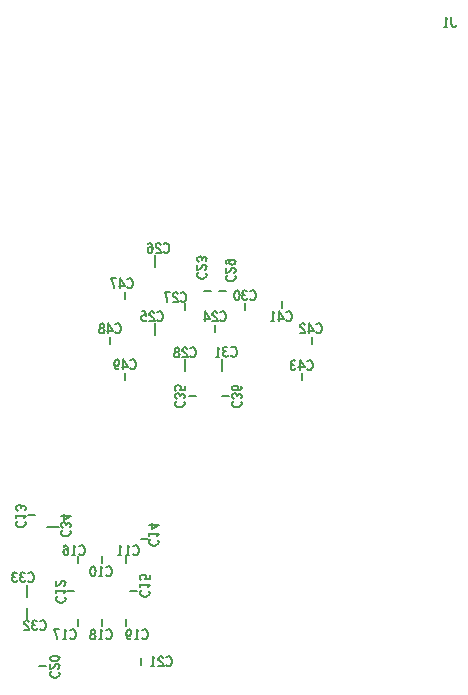
<source format=gbo>
G04 ================== begin FILE IDENTIFICATION RECORD ==================*
G04 Layout Name:  DAQ_CONTROLLER.brd*
G04 Film Name:    SILK_BOT*
G04 File Format:  Gerber RS274X*
G04 File Origin:  Cadence Allegro 17.2-S057*
G04 Origin Date:  Wed Aug 07 01:46:16 2019*
G04 *
G04 Layer:  MANUFACTURING/AUTOSILK_BOTTOM*
G04 *
G04 Offset:    (0.00 0.00)*
G04 Mirror:    No*
G04 Mode:      Positive*
G04 Rotation:  0*
G04 FullContactRelief:  No*
G04 UndefLineWidth:     5.00*
G04 ================== end FILE IDENTIFICATION RECORD ====================*
%FSLAX25Y25*MOIN*%
%IR0*IPPOS*OFA0.00000B0.00000*MIA0B0*SFA1.00000B1.00000*%
%ADD10C,.005*%
G75*
%LPD*%
G75*
G54D10*
G01X191833Y-164975D02*
X192083Y-164810D01*
X192375Y-164700D01*
X192708D01*
X193083Y-164865D01*
X193375Y-165140D01*
X193583Y-165470D01*
X193750Y-166020D01*
X193792Y-166515D01*
X193708Y-167010D01*
X193583Y-167340D01*
X193333Y-167670D01*
X193042Y-167890D01*
X192750Y-168000D01*
X192458D01*
X192167Y-167890D01*
X191917Y-167725D01*
X191708Y-167505D01*
G01X190967Y-167340D02*
X190717Y-167725D01*
X190383Y-167945D01*
X190008Y-168000D01*
X189675Y-167945D01*
X189342Y-167670D01*
X189133Y-167340D01*
X189092Y-167010D01*
X189175Y-166625D01*
X189467Y-166350D01*
X189758Y-166240D01*
X190133D01*
G01X189758D02*
X189508Y-166075D01*
X189300Y-165800D01*
X189217Y-165470D01*
X189300Y-165140D01*
X189508Y-164865D01*
X189883Y-164700D01*
X190258Y-164755D01*
X190633Y-164975D01*
G01X188142Y-165250D02*
X187892Y-164920D01*
X187600Y-164755D01*
X187267Y-164700D01*
X186850Y-164810D01*
X186558Y-165085D01*
X186475Y-165415D01*
X186517Y-165745D01*
X186683Y-166020D01*
X187517Y-166570D01*
X187892Y-166955D01*
X188142Y-167505D01*
X188225Y-168000D01*
X186475D01*
G01X187500Y-164469D02*
Y-160531D01*
G01X187833Y-148975D02*
X188083Y-148810D01*
X188375Y-148700D01*
X188708D01*
X189083Y-148865D01*
X189375Y-149140D01*
X189583Y-149470D01*
X189750Y-150020D01*
X189792Y-150515D01*
X189708Y-151010D01*
X189583Y-151340D01*
X189333Y-151670D01*
X189042Y-151890D01*
X188750Y-152000D01*
X188458D01*
X188167Y-151890D01*
X187917Y-151725D01*
X187708Y-151505D01*
G01X186967Y-151340D02*
X186717Y-151725D01*
X186383Y-151945D01*
X186008Y-152000D01*
X185675Y-151945D01*
X185342Y-151670D01*
X185133Y-151340D01*
X185092Y-151010D01*
X185175Y-150625D01*
X185467Y-150350D01*
X185758Y-150240D01*
X186133D01*
G01X185758D02*
X185508Y-150075D01*
X185300Y-149800D01*
X185217Y-149470D01*
X185300Y-149140D01*
X185508Y-148865D01*
X185883Y-148700D01*
X186258Y-148755D01*
X186633Y-148975D01*
G01X184267Y-151340D02*
X184017Y-151725D01*
X183683Y-151945D01*
X183308Y-152000D01*
X182975Y-151945D01*
X182642Y-151670D01*
X182433Y-151340D01*
X182392Y-151010D01*
X182475Y-150625D01*
X182767Y-150350D01*
X183058Y-150240D01*
X183433D01*
G01X183058D02*
X182808Y-150075D01*
X182600Y-149800D01*
X182517Y-149470D01*
X182600Y-149140D01*
X182808Y-148865D01*
X183183Y-148700D01*
X183558Y-148755D01*
X183933Y-148975D01*
G01X187500Y-156969D02*
Y-153031D01*
G01X186725Y-131733D02*
X186890Y-131983D01*
X187000Y-132275D01*
Y-132608D01*
X186835Y-132983D01*
X186560Y-133275D01*
X186230Y-133483D01*
X185680Y-133650D01*
X185185Y-133692D01*
X184690Y-133608D01*
X184360Y-133483D01*
X184030Y-133233D01*
X183810Y-132942D01*
X183700Y-132650D01*
Y-132358D01*
X183810Y-132067D01*
X183975Y-131817D01*
X184195Y-131608D01*
G01X183700Y-129950D02*
X187000D01*
X186340Y-130450D01*
G01X183700D02*
Y-129450D01*
G01X184360Y-128167D02*
X183975Y-127917D01*
X183755Y-127583D01*
X183700Y-127208D01*
X183755Y-126875D01*
X184030Y-126542D01*
X184360Y-126333D01*
X184690Y-126292D01*
X185075Y-126375D01*
X185350Y-126667D01*
X185460Y-126958D01*
Y-127333D01*
G01Y-126958D02*
X185625Y-126708D01*
X185900Y-126500D01*
X186230Y-126417D01*
X186560Y-126500D01*
X186835Y-126708D01*
X187000Y-127083D01*
X186945Y-127458D01*
X186725Y-127833D01*
G01X187819Y-129700D02*
X190181D01*
G01X198025Y-181833D02*
X198190Y-182083D01*
X198300Y-182375D01*
Y-182708D01*
X198135Y-183083D01*
X197860Y-183375D01*
X197530Y-183583D01*
X196980Y-183750D01*
X196485Y-183792D01*
X195990Y-183708D01*
X195660Y-183583D01*
X195330Y-183333D01*
X195110Y-183042D01*
X195000Y-182750D01*
Y-182458D01*
X195110Y-182167D01*
X195275Y-181917D01*
X195495Y-181708D01*
G01X197750Y-180842D02*
X198080Y-180592D01*
X198245Y-180300D01*
X198300Y-179967D01*
X198190Y-179550D01*
X197915Y-179258D01*
X197585Y-179175D01*
X197255Y-179217D01*
X196980Y-179383D01*
X196430Y-180217D01*
X196045Y-180592D01*
X195495Y-180842D01*
X195000Y-180925D01*
Y-179175D01*
G01X198300Y-177350D02*
X198190Y-177683D01*
X197915Y-177933D01*
X197585Y-178100D01*
X197145Y-178225D01*
X196650Y-178267D01*
X196155Y-178225D01*
X195715Y-178100D01*
X195385Y-177933D01*
X195110Y-177683D01*
X195000Y-177350D01*
X195110Y-177017D01*
X195385Y-176767D01*
X195715Y-176600D01*
X196155Y-176475D01*
X196650Y-176433D01*
X197145Y-176475D01*
X197585Y-176600D01*
X197915Y-176767D01*
X198190Y-177017D01*
X198300Y-177350D01*
G01X193681Y-180000D02*
X191319D01*
G01X200025Y-156833D02*
X200190Y-157083D01*
X200300Y-157375D01*
Y-157708D01*
X200135Y-158083D01*
X199860Y-158375D01*
X199530Y-158583D01*
X198980Y-158750D01*
X198485Y-158792D01*
X197990Y-158708D01*
X197660Y-158583D01*
X197330Y-158333D01*
X197110Y-158042D01*
X197000Y-157750D01*
Y-157458D01*
X197110Y-157167D01*
X197275Y-156917D01*
X197495Y-156708D01*
G01X197000Y-155050D02*
X200300D01*
X199640Y-155550D01*
G01X197000D02*
Y-154550D01*
G01X199750Y-153142D02*
X200080Y-152892D01*
X200245Y-152600D01*
X200300Y-152267D01*
X200190Y-151850D01*
X199915Y-151558D01*
X199585Y-151475D01*
X199255Y-151517D01*
X198980Y-151683D01*
X198430Y-152517D01*
X198045Y-152892D01*
X197495Y-153142D01*
X197000Y-153225D01*
Y-151475D01*
G01X201833Y-167975D02*
X202083Y-167810D01*
X202375Y-167700D01*
X202708D01*
X203083Y-167865D01*
X203375Y-168140D01*
X203583Y-168470D01*
X203750Y-169020D01*
X203792Y-169515D01*
X203708Y-170010D01*
X203583Y-170340D01*
X203333Y-170670D01*
X203042Y-170890D01*
X202750Y-171000D01*
X202458D01*
X202167Y-170890D01*
X201917Y-170725D01*
X201708Y-170505D01*
G01X200050Y-171000D02*
Y-167700D01*
X200550Y-168360D01*
G01Y-171000D02*
X199550D01*
G01X197433D02*
X197350Y-170285D01*
X197225Y-169680D01*
X197058Y-169130D01*
X196850Y-168525D01*
X196517Y-167700D01*
X198183D01*
G01X204500Y-164319D02*
Y-166681D01*
G01X200819Y-155000D02*
X203181D01*
G01X204833Y-139975D02*
X205083Y-139810D01*
X205375Y-139700D01*
X205708D01*
X206083Y-139865D01*
X206375Y-140140D01*
X206583Y-140470D01*
X206750Y-141020D01*
X206792Y-141515D01*
X206708Y-142010D01*
X206583Y-142340D01*
X206333Y-142670D01*
X206042Y-142890D01*
X205750Y-143000D01*
X205458D01*
X205167Y-142890D01*
X204917Y-142725D01*
X204708Y-142505D01*
G01X203050Y-143000D02*
Y-139700D01*
X203550Y-140360D01*
G01Y-143000D02*
X202550D01*
G01X201142Y-141625D02*
X200850Y-141240D01*
X200600Y-141020D01*
X200267Y-140910D01*
X199975Y-141020D01*
X199767Y-141240D01*
X199600Y-141570D01*
X199558Y-141955D01*
X199600Y-142285D01*
X199767Y-142615D01*
X200017Y-142890D01*
X200308Y-143000D01*
X200642Y-142890D01*
X200933Y-142560D01*
X201100Y-142065D01*
X201142Y-141515D01*
X201058Y-140800D01*
X200933Y-140415D01*
X200725Y-140030D01*
X200433Y-139755D01*
X200142Y-139700D01*
X199850Y-139810D01*
X199642Y-140085D01*
G01X204500Y-143319D02*
Y-145681D01*
G01X201725Y-134733D02*
X201890Y-134983D01*
X202000Y-135275D01*
Y-135608D01*
X201835Y-135983D01*
X201560Y-136275D01*
X201230Y-136483D01*
X200680Y-136650D01*
X200185Y-136692D01*
X199690Y-136608D01*
X199360Y-136483D01*
X199030Y-136233D01*
X198810Y-135942D01*
X198700Y-135650D01*
Y-135358D01*
X198810Y-135067D01*
X198975Y-134817D01*
X199195Y-134608D01*
G01X199360Y-133867D02*
X198975Y-133617D01*
X198755Y-133283D01*
X198700Y-132908D01*
X198755Y-132575D01*
X199030Y-132242D01*
X199360Y-132033D01*
X199690Y-131992D01*
X200075Y-132075D01*
X200350Y-132367D01*
X200460Y-132658D01*
Y-133033D01*
G01Y-132658D02*
X200625Y-132408D01*
X200900Y-132200D01*
X201230Y-132117D01*
X201560Y-132200D01*
X201835Y-132408D01*
X202000Y-132783D01*
X201945Y-133158D01*
X201725Y-133533D01*
G01X198700Y-129750D02*
X202000D01*
X199635Y-131292D01*
Y-129208D01*
G01X194031Y-133500D02*
X197969D01*
G01X213833Y-167975D02*
X214083Y-167810D01*
X214375Y-167700D01*
X214708D01*
X215083Y-167865D01*
X215375Y-168140D01*
X215583Y-168470D01*
X215750Y-169020D01*
X215792Y-169515D01*
X215708Y-170010D01*
X215583Y-170340D01*
X215333Y-170670D01*
X215042Y-170890D01*
X214750Y-171000D01*
X214458D01*
X214167Y-170890D01*
X213917Y-170725D01*
X213708Y-170505D01*
G01X212050Y-171000D02*
Y-167700D01*
X212550Y-168360D01*
G01Y-171000D02*
X211550D01*
G01X209350D02*
X209058Y-170945D01*
X208725Y-170780D01*
X208517Y-170505D01*
X208433Y-170120D01*
X208517Y-169735D01*
X208767Y-169405D01*
X209142Y-169240D01*
X209558D01*
X209808Y-169130D01*
X210017Y-168855D01*
X210100Y-168470D01*
X209975Y-168085D01*
X209683Y-167810D01*
X209350Y-167700D01*
X209017Y-167810D01*
X208725Y-168085D01*
X208600Y-168470D01*
X208683Y-168855D01*
X208892Y-169130D01*
X209142Y-169240D01*
X209558D01*
X209933Y-169405D01*
X210183Y-169735D01*
X210267Y-170120D01*
X210183Y-170505D01*
X209975Y-170780D01*
X209642Y-170945D01*
X209350Y-171000D01*
G01X212500Y-164319D02*
Y-166681D01*
G01X225833Y-167975D02*
X226083Y-167810D01*
X226375Y-167700D01*
X226708D01*
X227083Y-167865D01*
X227375Y-168140D01*
X227583Y-168470D01*
X227750Y-169020D01*
X227792Y-169515D01*
X227708Y-170010D01*
X227583Y-170340D01*
X227333Y-170670D01*
X227042Y-170890D01*
X226750Y-171000D01*
X226458D01*
X226167Y-170890D01*
X225917Y-170725D01*
X225708Y-170505D01*
G01X224050Y-171000D02*
Y-167700D01*
X224550Y-168360D01*
G01Y-171000D02*
X223550D01*
G01X222058Y-170615D02*
X221767Y-170890D01*
X221433Y-171000D01*
X221100Y-170890D01*
X220808Y-170560D01*
X220600Y-170065D01*
X220517Y-169570D01*
Y-168965D01*
X220600Y-168470D01*
X220808Y-168030D01*
X221058Y-167810D01*
X221350Y-167700D01*
X221683Y-167810D01*
X221933Y-168030D01*
X222100Y-168360D01*
X222183Y-168800D01*
X222100Y-169185D01*
X221892Y-169570D01*
X221642Y-169790D01*
X221350Y-169845D01*
X221017Y-169735D01*
X220767Y-169460D01*
X220517Y-168965D01*
G01X220500Y-164319D02*
Y-166681D01*
G01X213833Y-146975D02*
X214083Y-146810D01*
X214375Y-146700D01*
X214708D01*
X215083Y-146865D01*
X215375Y-147140D01*
X215583Y-147470D01*
X215750Y-148020D01*
X215792Y-148515D01*
X215708Y-149010D01*
X215583Y-149340D01*
X215333Y-149670D01*
X215042Y-149890D01*
X214750Y-150000D01*
X214458D01*
X214167Y-149890D01*
X213917Y-149725D01*
X213708Y-149505D01*
G01X212050Y-150000D02*
Y-146700D01*
X212550Y-147360D01*
G01Y-150000D02*
X211550D01*
G01X209350Y-146700D02*
X209683Y-146810D01*
X209933Y-147085D01*
X210100Y-147415D01*
X210225Y-147855D01*
X210267Y-148350D01*
X210225Y-148845D01*
X210100Y-149285D01*
X209933Y-149615D01*
X209683Y-149890D01*
X209350Y-150000D01*
X209017Y-149890D01*
X208767Y-149615D01*
X208600Y-149285D01*
X208475Y-148845D01*
X208433Y-148350D01*
X208475Y-147855D01*
X208600Y-147415D01*
X208767Y-147085D01*
X209017Y-146810D01*
X209350Y-146700D01*
G01X212500Y-143319D02*
Y-145681D01*
G01X222833Y-139975D02*
X223083Y-139810D01*
X223375Y-139700D01*
X223708D01*
X224083Y-139865D01*
X224375Y-140140D01*
X224583Y-140470D01*
X224750Y-141020D01*
X224792Y-141515D01*
X224708Y-142010D01*
X224583Y-142340D01*
X224333Y-142670D01*
X224042Y-142890D01*
X223750Y-143000D01*
X223458D01*
X223167Y-142890D01*
X222917Y-142725D01*
X222708Y-142505D01*
G01X221050Y-143000D02*
Y-139700D01*
X221550Y-140360D01*
G01Y-143000D02*
X220550D01*
G01X218350D02*
Y-139700D01*
X218850Y-140360D01*
G01Y-143000D02*
X217850D01*
G01X220500Y-143319D02*
Y-145681D01*
G01X221819Y-155000D02*
X224181D01*
G01X215000Y-70319D02*
Y-72681D01*
G01X221833Y-77975D02*
X222083Y-77810D01*
X222375Y-77700D01*
X222708D01*
X223083Y-77865D01*
X223375Y-78140D01*
X223583Y-78470D01*
X223750Y-79020D01*
X223792Y-79515D01*
X223708Y-80010D01*
X223583Y-80340D01*
X223333Y-80670D01*
X223042Y-80890D01*
X222750Y-81000D01*
X222458D01*
X222167Y-80890D01*
X221917Y-80725D01*
X221708Y-80505D01*
G01X219550Y-81000D02*
Y-77700D01*
X221092Y-80065D01*
X219008D01*
G01X218058Y-80615D02*
X217767Y-80890D01*
X217433Y-81000D01*
X217100Y-80890D01*
X216808Y-80560D01*
X216600Y-80065D01*
X216517Y-79570D01*
Y-78965D01*
X216600Y-78470D01*
X216808Y-78030D01*
X217058Y-77810D01*
X217350Y-77700D01*
X217683Y-77810D01*
X217933Y-78030D01*
X218100Y-78360D01*
X218183Y-78800D01*
X218100Y-79185D01*
X217892Y-79570D01*
X217642Y-79790D01*
X217350Y-79845D01*
X217017Y-79735D01*
X216767Y-79460D01*
X216517Y-78965D01*
G01X220000Y-82319D02*
Y-84681D01*
G01Y-55319D02*
Y-57681D01*
G01X216833Y-65975D02*
X217083Y-65810D01*
X217375Y-65700D01*
X217708D01*
X218083Y-65865D01*
X218375Y-66140D01*
X218583Y-66470D01*
X218750Y-67020D01*
X218792Y-67515D01*
X218708Y-68010D01*
X218583Y-68340D01*
X218333Y-68670D01*
X218042Y-68890D01*
X217750Y-69000D01*
X217458D01*
X217167Y-68890D01*
X216917Y-68725D01*
X216708Y-68505D01*
G01X214550Y-69000D02*
Y-65700D01*
X216092Y-68065D01*
X214008D01*
G01X212350Y-69000D02*
X212058Y-68945D01*
X211725Y-68780D01*
X211517Y-68505D01*
X211433Y-68120D01*
X211517Y-67735D01*
X211767Y-67405D01*
X212142Y-67240D01*
X212558D01*
X212808Y-67130D01*
X213017Y-66855D01*
X213100Y-66470D01*
X212975Y-66085D01*
X212683Y-65810D01*
X212350Y-65700D01*
X212017Y-65810D01*
X211725Y-66085D01*
X211600Y-66470D01*
X211683Y-66855D01*
X211892Y-67130D01*
X212142Y-67240D01*
X212558D01*
X212933Y-67405D01*
X213183Y-67735D01*
X213267Y-68120D01*
X213183Y-68505D01*
X212975Y-68780D01*
X212642Y-68945D01*
X212350Y-69000D01*
G01X220833Y-50975D02*
X221083Y-50810D01*
X221375Y-50700D01*
X221708D01*
X222083Y-50865D01*
X222375Y-51140D01*
X222583Y-51470D01*
X222750Y-52020D01*
X222792Y-52515D01*
X222708Y-53010D01*
X222583Y-53340D01*
X222333Y-53670D01*
X222042Y-53890D01*
X221750Y-54000D01*
X221458D01*
X221167Y-53890D01*
X220917Y-53725D01*
X220708Y-53505D01*
G01X218550Y-54000D02*
Y-50700D01*
X220092Y-53065D01*
X218008D01*
G01X216433Y-54000D02*
X216350Y-53285D01*
X216225Y-52680D01*
X216058Y-52130D01*
X215850Y-51525D01*
X215517Y-50700D01*
X217183D01*
G01X233833Y-176975D02*
X234083Y-176810D01*
X234375Y-176700D01*
X234708D01*
X235083Y-176865D01*
X235375Y-177140D01*
X235583Y-177470D01*
X235750Y-178020D01*
X235792Y-178515D01*
X235708Y-179010D01*
X235583Y-179340D01*
X235333Y-179670D01*
X235042Y-179890D01*
X234750Y-180000D01*
X234458D01*
X234167Y-179890D01*
X233917Y-179725D01*
X233708Y-179505D01*
G01X232842Y-177250D02*
X232592Y-176920D01*
X232300Y-176755D01*
X231967Y-176700D01*
X231550Y-176810D01*
X231258Y-177085D01*
X231175Y-177415D01*
X231217Y-177745D01*
X231383Y-178020D01*
X232217Y-178570D01*
X232592Y-178955D01*
X232842Y-179505D01*
X232925Y-180000D01*
X231175D01*
G01X229350D02*
Y-176700D01*
X229850Y-177360D01*
G01Y-180000D02*
X228850D01*
G01X225500Y-179681D02*
Y-177319D01*
G01X228025Y-154833D02*
X228190Y-155083D01*
X228300Y-155375D01*
Y-155708D01*
X228135Y-156083D01*
X227860Y-156375D01*
X227530Y-156583D01*
X226980Y-156750D01*
X226485Y-156792D01*
X225990Y-156708D01*
X225660Y-156583D01*
X225330Y-156333D01*
X225110Y-156042D01*
X225000Y-155750D01*
Y-155458D01*
X225110Y-155167D01*
X225275Y-154917D01*
X225495Y-154708D01*
G01X225000Y-153050D02*
X228300D01*
X227640Y-153550D01*
G01X225000D02*
Y-152550D01*
G01X225495Y-151267D02*
X225220Y-151017D01*
X225055Y-150725D01*
X225000Y-150350D01*
X225110Y-149975D01*
X225330Y-149683D01*
X225715Y-149475D01*
X226155Y-149433D01*
X226595Y-149517D01*
X226870Y-149725D01*
X227090Y-150017D01*
X227145Y-150308D01*
X227090Y-150600D01*
X226870Y-150975D01*
X228300Y-150850D01*
Y-149725D01*
G01X231025Y-137833D02*
X231190Y-138083D01*
X231300Y-138375D01*
Y-138708D01*
X231135Y-139083D01*
X230860Y-139375D01*
X230530Y-139583D01*
X229980Y-139750D01*
X229485Y-139792D01*
X228990Y-139708D01*
X228660Y-139583D01*
X228330Y-139333D01*
X228110Y-139042D01*
X228000Y-138750D01*
Y-138458D01*
X228110Y-138167D01*
X228275Y-137917D01*
X228495Y-137708D01*
G01X228000Y-136050D02*
X231300D01*
X230640Y-136550D01*
G01X228000D02*
Y-135550D01*
G01Y-132850D02*
X231300D01*
X228935Y-134392D01*
Y-132308D01*
G01X227681Y-137500D02*
X225319D01*
G01X239725Y-91733D02*
X239890Y-91983D01*
X240000Y-92275D01*
Y-92608D01*
X239835Y-92983D01*
X239560Y-93275D01*
X239230Y-93483D01*
X238680Y-93650D01*
X238185Y-93692D01*
X237690Y-93608D01*
X237360Y-93483D01*
X237030Y-93233D01*
X236810Y-92942D01*
X236700Y-92650D01*
Y-92358D01*
X236810Y-92067D01*
X236975Y-91817D01*
X237195Y-91608D01*
G01X237360Y-90867D02*
X236975Y-90617D01*
X236755Y-90283D01*
X236700Y-89908D01*
X236755Y-89575D01*
X237030Y-89242D01*
X237360Y-89033D01*
X237690Y-88992D01*
X238075Y-89075D01*
X238350Y-89367D01*
X238460Y-89658D01*
Y-90033D01*
G01Y-89658D02*
X238625Y-89408D01*
X238900Y-89200D01*
X239230Y-89117D01*
X239560Y-89200D01*
X239835Y-89408D01*
X240000Y-89783D01*
X239945Y-90158D01*
X239725Y-90533D01*
G01X237195Y-88167D02*
X236920Y-87917D01*
X236755Y-87625D01*
X236700Y-87250D01*
X236810Y-86875D01*
X237030Y-86583D01*
X237415Y-86375D01*
X237855Y-86333D01*
X238295Y-86417D01*
X238570Y-86625D01*
X238790Y-86917D01*
X238845Y-87208D01*
X238790Y-87500D01*
X238570Y-87875D01*
X240000Y-87750D01*
Y-86625D01*
G01X241833Y-73975D02*
X242083Y-73810D01*
X242375Y-73700D01*
X242708D01*
X243083Y-73865D01*
X243375Y-74140D01*
X243583Y-74470D01*
X243750Y-75020D01*
X243792Y-75515D01*
X243708Y-76010D01*
X243583Y-76340D01*
X243333Y-76670D01*
X243042Y-76890D01*
X242750Y-77000D01*
X242458D01*
X242167Y-76890D01*
X241917Y-76725D01*
X241708Y-76505D01*
G01X240842Y-74250D02*
X240592Y-73920D01*
X240300Y-73755D01*
X239967Y-73700D01*
X239550Y-73810D01*
X239258Y-74085D01*
X239175Y-74415D01*
X239217Y-74745D01*
X239383Y-75020D01*
X240217Y-75570D01*
X240592Y-75955D01*
X240842Y-76505D01*
X240925Y-77000D01*
X239175D01*
G01X237350D02*
X237058Y-76945D01*
X236725Y-76780D01*
X236517Y-76505D01*
X236433Y-76120D01*
X236517Y-75735D01*
X236767Y-75405D01*
X237142Y-75240D01*
X237558D01*
X237808Y-75130D01*
X238017Y-74855D01*
X238100Y-74470D01*
X237975Y-74085D01*
X237683Y-73810D01*
X237350Y-73700D01*
X237017Y-73810D01*
X236725Y-74085D01*
X236600Y-74470D01*
X236683Y-74855D01*
X236892Y-75130D01*
X237142Y-75240D01*
X237558D01*
X237933Y-75405D01*
X238183Y-75735D01*
X238267Y-76120D01*
X238183Y-76505D01*
X237975Y-76780D01*
X237642Y-76945D01*
X237350Y-77000D01*
G01X240000Y-77531D02*
Y-81469D01*
G01X230833Y-61975D02*
X231083Y-61810D01*
X231375Y-61700D01*
X231708D01*
X232083Y-61865D01*
X232375Y-62140D01*
X232583Y-62470D01*
X232750Y-63020D01*
X232792Y-63515D01*
X232708Y-64010D01*
X232583Y-64340D01*
X232333Y-64670D01*
X232042Y-64890D01*
X231750Y-65000D01*
X231458D01*
X231167Y-64890D01*
X230917Y-64725D01*
X230708Y-64505D01*
G01X229842Y-62250D02*
X229592Y-61920D01*
X229300Y-61755D01*
X228967Y-61700D01*
X228550Y-61810D01*
X228258Y-62085D01*
X228175Y-62415D01*
X228217Y-62745D01*
X228383Y-63020D01*
X229217Y-63570D01*
X229592Y-63955D01*
X229842Y-64505D01*
X229925Y-65000D01*
X228175D01*
G01X227267Y-64505D02*
X227017Y-64780D01*
X226725Y-64945D01*
X226350Y-65000D01*
X225975Y-64890D01*
X225683Y-64670D01*
X225475Y-64285D01*
X225433Y-63845D01*
X225517Y-63405D01*
X225725Y-63130D01*
X226017Y-62910D01*
X226308Y-62855D01*
X226600Y-62910D01*
X226975Y-63130D01*
X226850Y-61700D01*
X225725D01*
G01X230000Y-65531D02*
Y-69469D01*
G01X238620Y-55597D02*
X238870Y-55432D01*
X239162Y-55322D01*
X239495D01*
X239870Y-55487D01*
X240162Y-55762D01*
X240370Y-56092D01*
X240537Y-56642D01*
X240579Y-57137D01*
X240495Y-57632D01*
X240370Y-57962D01*
X240120Y-58292D01*
X239829Y-58512D01*
X239537Y-58622D01*
X239245D01*
X238954Y-58512D01*
X238704Y-58347D01*
X238495Y-58127D01*
G01X237629Y-55872D02*
X237379Y-55542D01*
X237087Y-55377D01*
X236754Y-55322D01*
X236337Y-55432D01*
X236045Y-55707D01*
X235962Y-56037D01*
X236004Y-56367D01*
X236170Y-56642D01*
X237004Y-57192D01*
X237379Y-57577D01*
X237629Y-58127D01*
X237712Y-58622D01*
X235962D01*
G01X234220D02*
X234137Y-57907D01*
X234012Y-57302D01*
X233845Y-56752D01*
X233637Y-56147D01*
X233304Y-55322D01*
X234970D01*
G01X240000Y-58819D02*
Y-61181D01*
G01X232951Y-39219D02*
X233201Y-39054D01*
X233493Y-38944D01*
X233826D01*
X234201Y-39109D01*
X234493Y-39384D01*
X234701Y-39714D01*
X234868Y-40264D01*
X234910Y-40759D01*
X234826Y-41254D01*
X234701Y-41584D01*
X234451Y-41914D01*
X234160Y-42134D01*
X233868Y-42244D01*
X233576D01*
X233285Y-42134D01*
X233035Y-41969D01*
X232826Y-41749D01*
G01X231960Y-39494D02*
X231710Y-39164D01*
X231418Y-38999D01*
X231085Y-38944D01*
X230668Y-39054D01*
X230376Y-39329D01*
X230293Y-39659D01*
X230335Y-39989D01*
X230501Y-40264D01*
X231335Y-40814D01*
X231710Y-41199D01*
X231960Y-41749D01*
X232043Y-42244D01*
X230293D01*
G01X229260Y-40869D02*
X228968Y-40484D01*
X228718Y-40264D01*
X228385Y-40154D01*
X228093Y-40264D01*
X227885Y-40484D01*
X227718Y-40814D01*
X227676Y-41199D01*
X227718Y-41529D01*
X227885Y-41859D01*
X228135Y-42134D01*
X228426Y-42244D01*
X228760Y-42134D01*
X229051Y-41804D01*
X229218Y-41309D01*
X229260Y-40759D01*
X229176Y-40044D01*
X229051Y-39659D01*
X228843Y-39274D01*
X228551Y-38999D01*
X228260Y-38944D01*
X227968Y-39054D01*
X227760Y-39329D01*
G01X230000Y-43031D02*
Y-46969D01*
G01X241319Y-90000D02*
X243681D01*
G01X258725Y-91733D02*
X258890Y-91983D01*
X259000Y-92275D01*
Y-92608D01*
X258835Y-92983D01*
X258560Y-93275D01*
X258230Y-93483D01*
X257680Y-93650D01*
X257185Y-93692D01*
X256690Y-93608D01*
X256360Y-93483D01*
X256030Y-93233D01*
X255810Y-92942D01*
X255700Y-92650D01*
Y-92358D01*
X255810Y-92067D01*
X255975Y-91817D01*
X256195Y-91608D01*
G01X256360Y-90867D02*
X255975Y-90617D01*
X255755Y-90283D01*
X255700Y-89908D01*
X255755Y-89575D01*
X256030Y-89242D01*
X256360Y-89033D01*
X256690Y-88992D01*
X257075Y-89075D01*
X257350Y-89367D01*
X257460Y-89658D01*
Y-90033D01*
G01Y-89658D02*
X257625Y-89408D01*
X257900Y-89200D01*
X258230Y-89117D01*
X258560Y-89200D01*
X258835Y-89408D01*
X259000Y-89783D01*
X258945Y-90158D01*
X258725Y-90533D01*
G01X257075Y-88042D02*
X257460Y-87750D01*
X257680Y-87500D01*
X257790Y-87167D01*
X257680Y-86875D01*
X257460Y-86667D01*
X257130Y-86500D01*
X256745Y-86458D01*
X256415Y-86500D01*
X256085Y-86667D01*
X255810Y-86917D01*
X255700Y-87208D01*
X255810Y-87542D01*
X256140Y-87833D01*
X256635Y-88000D01*
X257185Y-88042D01*
X257900Y-87958D01*
X258285Y-87833D01*
X258670Y-87625D01*
X258945Y-87333D01*
X259000Y-87042D01*
X258890Y-86750D01*
X258615Y-86542D01*
G01X252319Y-90000D02*
X254681D01*
G01X255451Y-73719D02*
X255701Y-73554D01*
X255993Y-73444D01*
X256326D01*
X256701Y-73609D01*
X256993Y-73884D01*
X257201Y-74214D01*
X257368Y-74764D01*
X257410Y-75259D01*
X257326Y-75754D01*
X257201Y-76084D01*
X256951Y-76414D01*
X256660Y-76634D01*
X256368Y-76744D01*
X256076D01*
X255785Y-76634D01*
X255535Y-76469D01*
X255326Y-76249D01*
G01X254585Y-76084D02*
X254335Y-76469D01*
X254001Y-76689D01*
X253626Y-76744D01*
X253293Y-76689D01*
X252960Y-76414D01*
X252751Y-76084D01*
X252710Y-75754D01*
X252793Y-75369D01*
X253085Y-75094D01*
X253376Y-74984D01*
X253751D01*
G01X253376D02*
X253126Y-74819D01*
X252918Y-74544D01*
X252835Y-74214D01*
X252918Y-73884D01*
X253126Y-73609D01*
X253501Y-73444D01*
X253876Y-73499D01*
X254251Y-73719D01*
G01X250968Y-76744D02*
Y-73444D01*
X251468Y-74104D01*
G01Y-76744D02*
X250468D01*
G01X252500Y-77531D02*
Y-81469D01*
G01X251833Y-61975D02*
X252083Y-61810D01*
X252375Y-61700D01*
X252708D01*
X253083Y-61865D01*
X253375Y-62140D01*
X253583Y-62470D01*
X253750Y-63020D01*
X253792Y-63515D01*
X253708Y-64010D01*
X253583Y-64340D01*
X253333Y-64670D01*
X253042Y-64890D01*
X252750Y-65000D01*
X252458D01*
X252167Y-64890D01*
X251917Y-64725D01*
X251708Y-64505D01*
G01X250842Y-62250D02*
X250592Y-61920D01*
X250300Y-61755D01*
X249967Y-61700D01*
X249550Y-61810D01*
X249258Y-62085D01*
X249175Y-62415D01*
X249217Y-62745D01*
X249383Y-63020D01*
X250217Y-63570D01*
X250592Y-63955D01*
X250842Y-64505D01*
X250925Y-65000D01*
X249175D01*
G01X246850D02*
Y-61700D01*
X248392Y-64065D01*
X246308D01*
G01X250000Y-66319D02*
Y-68681D01*
G01X261833Y-54975D02*
X262083Y-54810D01*
X262375Y-54700D01*
X262708D01*
X263083Y-54865D01*
X263375Y-55140D01*
X263583Y-55470D01*
X263750Y-56020D01*
X263792Y-56515D01*
X263708Y-57010D01*
X263583Y-57340D01*
X263333Y-57670D01*
X263042Y-57890D01*
X262750Y-58000D01*
X262458D01*
X262167Y-57890D01*
X261917Y-57725D01*
X261708Y-57505D01*
G01X260967Y-57340D02*
X260717Y-57725D01*
X260383Y-57945D01*
X260008Y-58000D01*
X259675Y-57945D01*
X259342Y-57670D01*
X259133Y-57340D01*
X259092Y-57010D01*
X259175Y-56625D01*
X259467Y-56350D01*
X259758Y-56240D01*
X260133D01*
G01X259758D02*
X259508Y-56075D01*
X259300Y-55800D01*
X259217Y-55470D01*
X259300Y-55140D01*
X259508Y-54865D01*
X259883Y-54700D01*
X260258Y-54755D01*
X260633Y-54975D01*
G01X257350Y-54700D02*
X257683Y-54810D01*
X257933Y-55085D01*
X258100Y-55415D01*
X258225Y-55855D01*
X258267Y-56350D01*
X258225Y-56845D01*
X258100Y-57285D01*
X257933Y-57615D01*
X257683Y-57890D01*
X257350Y-58000D01*
X257017Y-57890D01*
X256767Y-57615D01*
X256600Y-57285D01*
X256475Y-56845D01*
X256433Y-56350D01*
X256475Y-55855D01*
X256600Y-55415D01*
X256767Y-55085D01*
X257017Y-54810D01*
X257350Y-54700D01*
G01X247025Y-48833D02*
X247190Y-49083D01*
X247300Y-49375D01*
Y-49708D01*
X247135Y-50083D01*
X246860Y-50375D01*
X246530Y-50583D01*
X245980Y-50750D01*
X245485Y-50792D01*
X244990Y-50708D01*
X244660Y-50583D01*
X244330Y-50333D01*
X244110Y-50042D01*
X244000Y-49750D01*
Y-49458D01*
X244110Y-49167D01*
X244275Y-48917D01*
X244495Y-48708D01*
G01X246750Y-47842D02*
X247080Y-47592D01*
X247245Y-47300D01*
X247300Y-46967D01*
X247190Y-46550D01*
X246915Y-46258D01*
X246585Y-46175D01*
X246255Y-46217D01*
X245980Y-46383D01*
X245430Y-47217D01*
X245045Y-47592D01*
X244495Y-47842D01*
X244000Y-47925D01*
Y-46175D01*
G01X244660Y-45267D02*
X244275Y-45017D01*
X244055Y-44683D01*
X244000Y-44308D01*
X244055Y-43975D01*
X244330Y-43642D01*
X244660Y-43433D01*
X244990Y-43392D01*
X245375Y-43475D01*
X245650Y-43767D01*
X245760Y-44058D01*
Y-44433D01*
G01Y-44058D02*
X245925Y-43808D01*
X246200Y-43600D01*
X246530Y-43517D01*
X246860Y-43600D01*
X247135Y-43808D01*
X247300Y-44183D01*
X247245Y-44558D01*
X247025Y-44933D01*
G01X246319Y-55000D02*
X248681D01*
G01X256725Y-49733D02*
X256890Y-49983D01*
X257000Y-50275D01*
Y-50608D01*
X256835Y-50983D01*
X256560Y-51275D01*
X256230Y-51483D01*
X255680Y-51650D01*
X255185Y-51692D01*
X254690Y-51608D01*
X254360Y-51483D01*
X254030Y-51233D01*
X253810Y-50942D01*
X253700Y-50650D01*
Y-50358D01*
X253810Y-50067D01*
X253975Y-49817D01*
X254195Y-49608D01*
G01X256450Y-48742D02*
X256780Y-48492D01*
X256945Y-48200D01*
X257000Y-47867D01*
X256890Y-47450D01*
X256615Y-47158D01*
X256285Y-47075D01*
X255955Y-47117D01*
X255680Y-47283D01*
X255130Y-48117D01*
X254745Y-48492D01*
X254195Y-48742D01*
X253700Y-48825D01*
Y-47075D01*
G01X254085Y-45958D02*
X253810Y-45667D01*
X253700Y-45333D01*
X253810Y-45000D01*
X254140Y-44708D01*
X254635Y-44500D01*
X255130Y-44417D01*
X255735D01*
X256230Y-44500D01*
X256670Y-44708D01*
X256890Y-44958D01*
X257000Y-45250D01*
X256890Y-45583D01*
X256670Y-45833D01*
X256340Y-46000D01*
X255900Y-46083D01*
X255515Y-46000D01*
X255130Y-45792D01*
X254910Y-45542D01*
X254855Y-45250D01*
X254965Y-44917D01*
X255240Y-44667D01*
X255735Y-44417D01*
G01X251319Y-55000D02*
X253681D01*
G01X260000Y-58819D02*
Y-61181D01*
G01X273833Y-61975D02*
X274083Y-61810D01*
X274375Y-61700D01*
X274708D01*
X275083Y-61865D01*
X275375Y-62140D01*
X275583Y-62470D01*
X275750Y-63020D01*
X275792Y-63515D01*
X275708Y-64010D01*
X275583Y-64340D01*
X275333Y-64670D01*
X275042Y-64890D01*
X274750Y-65000D01*
X274458D01*
X274167Y-64890D01*
X273917Y-64725D01*
X273708Y-64505D01*
G01X271550Y-65000D02*
Y-61700D01*
X273092Y-64065D01*
X271008D01*
G01X269350Y-65000D02*
Y-61700D01*
X269850Y-62360D01*
G01Y-65000D02*
X268850D01*
G01X272500Y-58319D02*
Y-60681D01*
G01X282500Y-72681D02*
Y-70319D01*
G01X280733Y-78275D02*
X280983Y-78110D01*
X281275Y-78000D01*
X281608D01*
X281983Y-78165D01*
X282275Y-78440D01*
X282483Y-78770D01*
X282650Y-79320D01*
X282692Y-79815D01*
X282608Y-80310D01*
X282483Y-80640D01*
X282233Y-80970D01*
X281942Y-81190D01*
X281650Y-81300D01*
X281358D01*
X281067Y-81190D01*
X280817Y-81025D01*
X280608Y-80805D01*
G01X278450Y-81300D02*
Y-78000D01*
X279992Y-80365D01*
X277908D01*
G01X277167Y-80640D02*
X276917Y-81025D01*
X276583Y-81245D01*
X276208Y-81300D01*
X275875Y-81245D01*
X275542Y-80970D01*
X275333Y-80640D01*
X275292Y-80310D01*
X275375Y-79925D01*
X275667Y-79650D01*
X275958Y-79540D01*
X276333D01*
G01X275958D02*
X275708Y-79375D01*
X275500Y-79100D01*
X275417Y-78770D01*
X275500Y-78440D01*
X275708Y-78165D01*
X276083Y-78000D01*
X276458Y-78055D01*
X276833Y-78275D01*
G01X279000Y-84681D02*
Y-82319D01*
G01X283833Y-65975D02*
X284083Y-65810D01*
X284375Y-65700D01*
X284708D01*
X285083Y-65865D01*
X285375Y-66140D01*
X285583Y-66470D01*
X285750Y-67020D01*
X285792Y-67515D01*
X285708Y-68010D01*
X285583Y-68340D01*
X285333Y-68670D01*
X285042Y-68890D01*
X284750Y-69000D01*
X284458D01*
X284167Y-68890D01*
X283917Y-68725D01*
X283708Y-68505D01*
G01X281550Y-69000D02*
Y-65700D01*
X283092Y-68065D01*
X281008D01*
G01X280142Y-66250D02*
X279892Y-65920D01*
X279600Y-65755D01*
X279267Y-65700D01*
X278850Y-65810D01*
X278558Y-66085D01*
X278475Y-66415D01*
X278517Y-66745D01*
X278683Y-67020D01*
X279517Y-67570D01*
X279892Y-67955D01*
X280142Y-68505D01*
X280225Y-69000D01*
X278475D01*
G01X330583Y33660D02*
X330375Y33330D01*
X330125Y33110D01*
X329833Y33000D01*
X329500Y33110D01*
X329250Y33330D01*
X329000Y33660D01*
X328917Y34100D01*
Y36300D01*
G01X327050Y33000D02*
Y36300D01*
X327550Y35640D01*
G01Y33000D02*
X326550D01*
M02*

</source>
